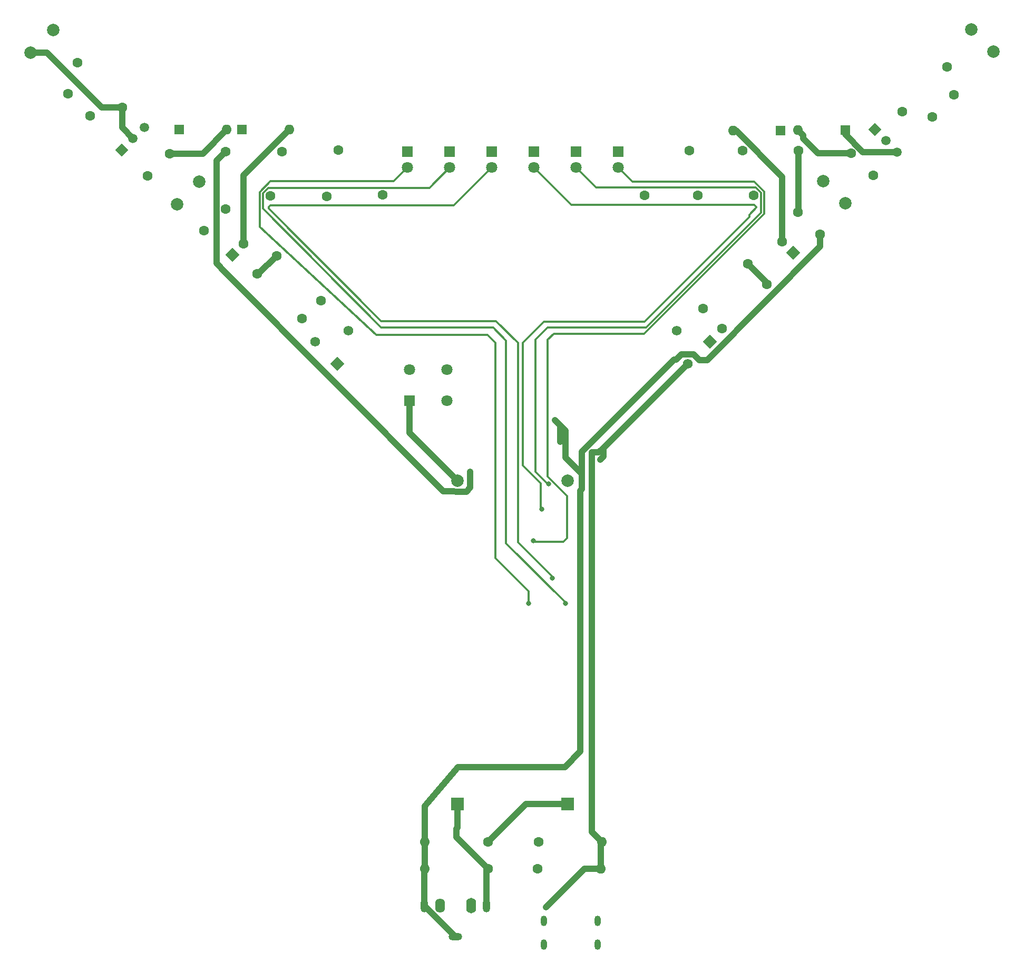
<source format=gbr>
%TF.GenerationSoftware,KiCad,Pcbnew,8.0.5*%
%TF.CreationDate,2025-02-07T15:20:10+08:00*%
%TF.ProjectId,bb,62622e6b-6963-4616-945f-706362585858,rev?*%
%TF.SameCoordinates,Original*%
%TF.FileFunction,Copper,L2,Bot*%
%TF.FilePolarity,Positive*%
%FSLAX46Y46*%
G04 Gerber Fmt 4.6, Leading zero omitted, Abs format (unit mm)*
G04 Created by KiCad (PCBNEW 8.0.5) date 2025-02-07 15:20:10*
%MOMM*%
%LPD*%
G01*
G04 APERTURE LIST*
G04 Aperture macros list*
%AMHorizOval*
0 Thick line with rounded ends*
0 $1 width*
0 $2 $3 position (X,Y) of the first rounded end (center of the circle)*
0 $4 $5 position (X,Y) of the second rounded end (center of the circle)*
0 Add line between two ends*
20,1,$1,$2,$3,$4,$5,0*
0 Add two circle primitives to create the rounded ends*
1,1,$1,$2,$3*
1,1,$1,$4,$5*%
%AMRotRect*
0 Rectangle, with rotation*
0 The origin of the aperture is its center*
0 $1 length*
0 $2 width*
0 $3 Rotation angle, in degrees counterclockwise*
0 Add horizontal line*
21,1,$1,$2,0,0,$3*%
G04 Aperture macros list end*
%TA.AperFunction,ComponentPad*%
%ADD10O,1.000000X1.700000*%
%TD*%
%TA.AperFunction,ComponentPad*%
%ADD11C,1.600000*%
%TD*%
%TA.AperFunction,ComponentPad*%
%ADD12R,1.600000X1.600000*%
%TD*%
%TA.AperFunction,ComponentPad*%
%ADD13O,1.600000X1.600000*%
%TD*%
%TA.AperFunction,ComponentPad*%
%ADD14HorizOval,1.600000X0.000000X0.000000X0.000000X0.000000X0*%
%TD*%
%TA.AperFunction,ComponentPad*%
%ADD15HorizOval,1.600000X0.000000X0.000000X0.000000X0.000000X0*%
%TD*%
%TA.AperFunction,ComponentPad*%
%ADD16R,1.800000X1.800000*%
%TD*%
%TA.AperFunction,ComponentPad*%
%ADD17C,1.800000*%
%TD*%
%TA.AperFunction,ComponentPad*%
%ADD18HorizOval,1.600000X0.000000X0.000000X0.000000X0.000000X0*%
%TD*%
%TA.AperFunction,ComponentPad*%
%ADD19RotRect,1.600000X1.600000X135.000000*%
%TD*%
%TA.AperFunction,ComponentPad*%
%ADD20RotRect,1.560000X1.560000X135.000000*%
%TD*%
%TA.AperFunction,ComponentPad*%
%ADD21C,1.560000*%
%TD*%
%TA.AperFunction,ComponentPad*%
%ADD22RotRect,1.500000X1.500000X45.000000*%
%TD*%
%TA.AperFunction,ComponentPad*%
%ADD23C,1.500000*%
%TD*%
%TA.AperFunction,ComponentPad*%
%ADD24C,2.000000*%
%TD*%
%TA.AperFunction,ComponentPad*%
%ADD25HorizOval,1.600000X0.000000X0.000000X0.000000X0.000000X0*%
%TD*%
%TA.AperFunction,ComponentPad*%
%ADD26RotRect,1.560000X1.560000X225.000000*%
%TD*%
%TA.AperFunction,ComponentPad*%
%ADD27RotRect,1.600000X1.600000X45.000000*%
%TD*%
%TA.AperFunction,ComponentPad*%
%ADD28O,1.200000X2.200000*%
%TD*%
%TA.AperFunction,ComponentPad*%
%ADD29O,1.600000X2.300000*%
%TD*%
%TA.AperFunction,ComponentPad*%
%ADD30O,2.200000X1.200000*%
%TD*%
%TA.AperFunction,ComponentPad*%
%ADD31O,1.600000X2.500000*%
%TD*%
%TA.AperFunction,ComponentPad*%
%ADD32RotRect,1.500000X1.500000X315.000000*%
%TD*%
%TA.AperFunction,ComponentPad*%
%ADD33R,2.000000X2.000000*%
%TD*%
%TA.AperFunction,ViaPad*%
%ADD34C,0.800000*%
%TD*%
%TA.AperFunction,Conductor*%
%ADD35C,1.000000*%
%TD*%
%TA.AperFunction,Conductor*%
%ADD36C,0.300000*%
%TD*%
G04 APERTURE END LIST*
D10*
%TO.P,J4,S1,SHIELD*%
%TO.N,unconnected-(J4-SHIELD-PadS1)*%
X112450225Y-177450000D03*
X112450225Y-181250000D03*
X121090225Y-177450000D03*
X121090225Y-181250000D03*
%TD*%
D11*
%TO.P,C4,1*%
%TO.N,Net-(Battery1-+)*%
X57832233Y-66467767D03*
%TO.P,C4,2*%
%TO.N,A0*%
X61367767Y-62932233D03*
%TD*%
D12*
%TO.P,D3,1,K*%
%TO.N,GND2*%
X160900000Y-50300000D03*
D13*
%TO.P,D3,2,A*%
%TO.N,Net-(D3-A)*%
X153280000Y-50300000D03*
%TD*%
D11*
%TO.P,R15,1*%
%TO.N,GND_ESP*%
X144392103Y-53557898D03*
D14*
%TO.P,R15,2*%
%TO.N,Net-(D9-K)*%
X137207898Y-60742103D03*
%TD*%
D11*
%TO.P,R16,1*%
%TO.N,GND_ESP*%
X153342103Y-53600000D03*
D14*
%TO.P,R16,2*%
%TO.N,Net-(D10-K)*%
X146157898Y-60784205D03*
%TD*%
D11*
%TO.P,R12,1*%
%TO.N,GND_ESP*%
X70361846Y-53715795D03*
D15*
%TO.P,R12,2*%
%TO.N,Net-(D6-K)*%
X77546051Y-60900000D03*
%TD*%
D16*
%TO.P,D6,1,K*%
%TO.N,Net-(D6-K)*%
X97303673Y-53760000D03*
D17*
%TO.P,D6,2,A*%
%TO.N,Net-(D6-A)*%
X97303673Y-56300000D03*
%TD*%
D12*
%TO.P,D2,1,K*%
%TO.N,Net-(D1-A)*%
X63990001Y-50200000D03*
D13*
%TO.P,D2,2,A*%
%TO.N,Net-(D2-A)*%
X71610001Y-50200000D03*
%TD*%
D11*
%TO.P,R10,1*%
%TO.N,Net-(J4-CC1)*%
X111610225Y-164750000D03*
D13*
%TO.P,R10,2*%
%TO.N,GND_ESP*%
X121770225Y-164750000D03*
%TD*%
D11*
%TO.P,R13,1*%
%TO.N,GND_ESP*%
X79415794Y-53515795D03*
D15*
%TO.P,R13,2*%
%TO.N,Net-(D7-K)*%
X86599999Y-60700000D03*
%TD*%
D11*
%TO.P,R1,1*%
%TO.N,Net-(D2-A)*%
X73600000Y-80600000D03*
D18*
%TO.P,R1,2*%
%TO.N,Net-(C1-Pad2)*%
X66415795Y-73415795D03*
%TD*%
D11*
%TO.P,R14,1*%
%TO.N,GND_ESP*%
X135792103Y-53607898D03*
D14*
%TO.P,R14,2*%
%TO.N,Net-(D8-K)*%
X128607898Y-60792103D03*
%TD*%
D11*
%TO.P,R4,1*%
%TO.N,Net-(C10-Pad1)*%
X148250000Y-75050000D03*
D14*
%TO.P,R4,2*%
%TO.N,Net-(R4-Pad2)*%
X141065795Y-82234205D03*
%TD*%
D11*
%TO.P,C12,1*%
%TO.N,GND_ESP*%
X153314466Y-63514466D03*
%TO.P,C12,2*%
%TO.N,A0*%
X156850000Y-67050000D03*
%TD*%
%TO.P,R7,1*%
%TO.N,Net-(Battery1-+)*%
X103450225Y-169050000D03*
D13*
%TO.P,R7,2*%
%TO.N,A0*%
X93290225Y-169050000D03*
%TD*%
D19*
%TO.P,C10,1*%
%TO.N,Net-(C10-Pad1)*%
X152500000Y-70000000D03*
D11*
%TO.P,C10,2*%
%TO.N,Net-(D4-A)*%
X150732233Y-68232233D03*
%TD*%
%TO.P,C11,1*%
%TO.N,Net-(D3-A)*%
X161832233Y-54032233D03*
%TO.P,C11,2*%
%TO.N,Net-(Q2-C)*%
X165367767Y-57567767D03*
%TD*%
D20*
%TO.P,RV1,1,1*%
%TO.N,Net-(R2-Pad2)*%
X79291745Y-87835534D03*
D21*
%TO.P,RV1,2,2*%
X81059512Y-82532233D03*
%TO.P,RV1,3,3*%
%TO.N,Net-(Battery1-+)*%
X75756211Y-84300000D03*
%TD*%
D16*
%TO.P,D5,1,K*%
%TO.N,Net-(D5-K)*%
X90550000Y-53760000D03*
D17*
%TO.P,D5,2,A*%
%TO.N,Net-(D5-A)*%
X90550000Y-56300000D03*
%TD*%
D22*
%TO.P,Q1,1,C*%
%TO.N,Net-(Q1-C)*%
X44658507Y-53450610D03*
D23*
%TO.P,Q1,2,B*%
%TO.N,Net-(Q1-B)*%
X46454558Y-51654559D03*
%TO.P,Q1,3,E*%
%TO.N,GND1*%
X48250609Y-49858508D03*
%TD*%
D12*
%TO.P,D4,1,K*%
%TO.N,Net-(D3-A)*%
X150500000Y-50400000D03*
D13*
%TO.P,D4,2,A*%
%TO.N,Net-(D4-A)*%
X142880000Y-50400000D03*
%TD*%
D16*
%TO.P,D10,1,K*%
%TO.N,Net-(D10-K)*%
X124439775Y-53760000D03*
D17*
%TO.P,D10,2,A*%
%TO.N,Net-(D10-A)*%
X124439775Y-56300000D03*
%TD*%
D11*
%TO.P,R11,1*%
%TO.N,GND_ESP*%
X61307898Y-53707898D03*
D15*
%TO.P,R11,2*%
%TO.N,Net-(D5-K)*%
X68492103Y-60892103D03*
%TD*%
D24*
%TO.P,L4,1,1*%
%TO.N,Net-(Q2-C)*%
X157303949Y-58453949D03*
%TO.P,L4,2,2*%
%TO.N,A0*%
X160896051Y-62046051D03*
%TD*%
D11*
%TO.P,R3,1*%
%TO.N,Net-(D4-A)*%
X138057898Y-78992103D03*
D25*
%TO.P,R3,2*%
%TO.N,Net-(C10-Pad1)*%
X145242103Y-71807898D03*
%TD*%
D12*
%TO.P,D1,1,K*%
%TO.N,GND1*%
X53890000Y-50200000D03*
D13*
%TO.P,D1,2,A*%
%TO.N,Net-(D1-A)*%
X61510000Y-50200000D03*
%TD*%
D11*
%TO.P,R5,1*%
%TO.N,Net-(C1-Pad2)*%
X37507898Y-39407898D03*
D15*
%TO.P,R5,2*%
%TO.N,Net-(Q1-B)*%
X44692103Y-46592103D03*
%TD*%
D11*
%TO.P,C3,1*%
%TO.N,Net-(D1-A)*%
X52335534Y-54064466D03*
%TO.P,C3,2*%
%TO.N,Net-(Q1-C)*%
X48800000Y-57600000D03*
%TD*%
D24*
%TO.P,L1,1,1*%
%TO.N,Net-(C1-Pad2)*%
X33600000Y-34200000D03*
%TO.P,L1,2,2*%
%TO.N,Net-(Q1-B)*%
X30007898Y-37792102D03*
%TD*%
D16*
%TO.P,SW1,1,A*%
%TO.N,Net-(Battery1--)*%
X90900000Y-93800000D03*
D17*
%TO.P,SW1,2,B*%
%TO.N,GND1*%
X90900000Y-88800000D03*
%TO.P,SW1,3,A*%
%TO.N,Net-(Battery2--)*%
X96900000Y-93800000D03*
%TO.P,SW1,4,B*%
%TO.N,GND2*%
X96900000Y-88800000D03*
%TD*%
D24*
%TO.P,L5,1,1*%
%TO.N,Net-(C10-Pad1)*%
X184700000Y-37700000D03*
%TO.P,L5,2,2*%
%TO.N,Net-(Q2-B)*%
X181107898Y-34107898D03*
%TD*%
D11*
%TO.P,R9,1*%
%TO.N,Net-(J4-CC2)*%
X111490225Y-169050000D03*
D13*
%TO.P,R9,2*%
%TO.N,GND_ESP*%
X121650225Y-169050000D03*
%TD*%
D11*
%TO.P,R6,1*%
%TO.N,Net-(C10-Pad1)*%
X177200000Y-40100000D03*
D14*
%TO.P,R6,2*%
%TO.N,Net-(Q2-B)*%
X170015795Y-47284205D03*
%TD*%
D26*
%TO.P,RV2,1,1*%
%TO.N,Net-(R4-Pad2)*%
X139100000Y-84300000D03*
D21*
%TO.P,RV2,2,2*%
X133796699Y-82532233D03*
%TO.P,RV2,3,3*%
%TO.N,GND_ESP*%
X135564466Y-87835534D03*
%TD*%
D27*
%TO.P,C2,1*%
%TO.N,Net-(C1-Pad2)*%
X62447856Y-70352144D03*
D11*
%TO.P,C2,2*%
%TO.N,Net-(D2-A)*%
X64215623Y-68584377D03*
%TD*%
%TO.P,C1,1*%
%TO.N,GND1*%
X39567767Y-47967767D03*
%TO.P,C1,2*%
%TO.N,Net-(C1-Pad2)*%
X36032233Y-44432233D03*
%TD*%
%TO.P,R8,1*%
%TO.N,GND_ESP*%
X103450225Y-164750000D03*
D13*
%TO.P,R8,2*%
%TO.N,A0*%
X93290225Y-164750000D03*
%TD*%
D16*
%TO.P,D8,1,K*%
%TO.N,Net-(D8-K)*%
X110839775Y-53760000D03*
D17*
%TO.P,D8,2,A*%
%TO.N,Net-(D8-A)*%
X110839775Y-56300000D03*
%TD*%
D28*
%TO.P,J2,R*%
%TO.N,A0*%
X93270225Y-174950000D03*
D29*
%TO.P,J2,RN*%
%TO.N,unconnected-(J2-PadRN)*%
X95770225Y-174950000D03*
D30*
%TO.P,J2,S*%
%TO.N,A0*%
X98270225Y-179950000D03*
D28*
%TO.P,J2,T*%
%TO.N,Net-(Battery1-+)*%
X103270225Y-174950000D03*
D31*
%TO.P,J2,TN*%
%TO.N,unconnected-(J2-PadTN)*%
X100770225Y-174950000D03*
%TD*%
D16*
%TO.P,D9,1,K*%
%TO.N,Net-(D9-K)*%
X117639775Y-53760000D03*
D17*
%TO.P,D9,2,A*%
%TO.N,Net-(D9-A)*%
X117639775Y-56300000D03*
%TD*%
D16*
%TO.P,D7,1,K*%
%TO.N,Net-(D7-K)*%
X104057346Y-53760000D03*
D17*
%TO.P,D7,2,A*%
%TO.N,Net-(D7-A)*%
X104057346Y-56300000D03*
%TD*%
D32*
%TO.P,Q2,1,C*%
%TO.N,Net-(Q2-C)*%
X165607898Y-50207898D03*
D23*
%TO.P,Q2,2,B*%
%TO.N,Net-(Q2-B)*%
X167403949Y-52003949D03*
%TO.P,Q2,3,E*%
%TO.N,GND2*%
X169200000Y-53800000D03*
%TD*%
D11*
%TO.P,R2,1*%
%TO.N,Net-(C1-Pad2)*%
X69507898Y-70507898D03*
D15*
%TO.P,R2,2*%
%TO.N,Net-(R2-Pad2)*%
X76692103Y-77692103D03*
%TD*%
D11*
%TO.P,C8,1*%
%TO.N,GND2*%
X174832233Y-48167767D03*
%TO.P,C8,2*%
%TO.N,Net-(C10-Pad1)*%
X178367767Y-44632233D03*
%TD*%
D24*
%TO.P,L2,1,1*%
%TO.N,Net-(Q1-C)*%
X53503949Y-62196051D03*
%TO.P,L2,2,2*%
%TO.N,A0*%
X57096051Y-58603949D03*
%TD*%
D33*
%TO.P,Battery2,1,+*%
%TO.N,GND_ESP*%
X116265225Y-158650000D03*
D24*
%TO.P,Battery2,2,-*%
%TO.N,Net-(Battery2--)*%
X116265225Y-106660000D03*
%TD*%
D33*
%TO.P,Battery1,1,+*%
%TO.N,Net-(Battery1-+)*%
X98570225Y-158650000D03*
D24*
%TO.P,Battery1,2,-*%
%TO.N,Net-(Battery1--)*%
X98570225Y-106660000D03*
%TD*%
D34*
%TO.N,GND_ESP*%
X121550000Y-103250000D03*
X112800000Y-175200000D03*
X100600000Y-105200000D03*
%TO.N,Net-(D8-A)*%
X112100000Y-111200000D03*
%TO.N,A0*%
X114250000Y-96950000D03*
%TO.N,Net-(D6-A)*%
X115900000Y-126400000D03*
%TO.N,Net-(D5-A)*%
X110000000Y-126400000D03*
%TO.N,Net-(D7-A)*%
X113800000Y-122300000D03*
%TO.N,Net-(D9-A)*%
X113200000Y-107200000D03*
%TO.N,Net-(D10-A)*%
X110800000Y-116300000D03*
%TD*%
D35*
%TO.N,A0*%
X93290225Y-164750000D02*
X93290225Y-158959775D01*
X93290225Y-158959775D02*
X98700000Y-152700000D01*
X118600000Y-108000000D02*
X118600000Y-105600000D01*
X98700000Y-152700000D02*
X115850000Y-152700000D01*
X118350000Y-150200000D02*
X118350000Y-108250000D01*
X115850000Y-152700000D02*
X118350000Y-150200000D01*
X118350000Y-108250000D02*
X118600000Y-108000000D01*
%TO.N,Net-(C1-Pad2)*%
X66600001Y-73415795D02*
X69507898Y-70507898D01*
X66415795Y-73415795D02*
X66600001Y-73415795D01*
%TO.N,Net-(D2-A)*%
X64215623Y-68584377D02*
X64215623Y-57594378D01*
X64215623Y-57594378D02*
X71610001Y-50200000D01*
%TO.N,Net-(D1-A)*%
X57645534Y-54064466D02*
X61510000Y-50200000D01*
X52335534Y-54064466D02*
X57645534Y-54064466D01*
%TO.N,GND_ESP*%
X153342103Y-53600000D02*
X153342103Y-63486829D01*
X96300000Y-108350000D02*
X96310000Y-108360000D01*
X59867767Y-71729522D02*
X61325717Y-73225717D01*
X121770225Y-164750000D02*
X120190225Y-163170000D01*
X153342103Y-63486829D02*
X153314466Y-63514466D01*
X61307898Y-53707898D02*
X59867767Y-55148029D01*
X100600000Y-107800000D02*
X100600000Y-105200000D01*
X121650225Y-169050000D02*
X121650225Y-164870000D01*
X118950000Y-169050000D02*
X121650225Y-169050000D01*
X121650225Y-164870000D02*
X121770225Y-164750000D01*
X116265225Y-158650000D02*
X109550225Y-158650000D01*
X59867767Y-55148029D02*
X59867767Y-71729522D01*
X120190225Y-102109775D02*
X121290225Y-102109775D01*
X96310000Y-108360000D02*
X100000000Y-108400000D01*
X61325717Y-73225717D02*
X96300000Y-108350000D01*
X122000000Y-101400000D02*
X135564466Y-87835534D01*
X100000000Y-108400000D02*
X100600000Y-107800000D01*
X121290225Y-102109775D02*
X122000000Y-101400000D01*
X120190225Y-163170000D02*
X120190225Y-102109775D01*
X122000000Y-102800000D02*
X122000000Y-101400000D01*
X112800000Y-175200000D02*
X118950000Y-169050000D01*
X121550000Y-103250000D02*
X122000000Y-102800000D01*
X109550225Y-158650000D02*
X103450225Y-164750000D01*
%TO.N,Net-(C10-Pad1)*%
X148250000Y-75050000D02*
X148250000Y-74815795D01*
X148250000Y-74815795D02*
X145242103Y-71807898D01*
%TO.N,Net-(D4-A)*%
X150732233Y-68232233D02*
X150732233Y-57776707D01*
X143355526Y-50400000D02*
X142880000Y-50400000D01*
X150732233Y-57776707D02*
X143355526Y-50400000D01*
%TO.N,Net-(D3-A)*%
X154100000Y-51600000D02*
X154100000Y-51120000D01*
X154100000Y-51120000D02*
X153280000Y-50300000D01*
X161832233Y-54032233D02*
X156532233Y-54032233D01*
X156532233Y-54032233D02*
X154100000Y-51600000D01*
%TO.N,Net-(Q1-B)*%
X41392103Y-46592103D02*
X44692103Y-46592103D01*
X30007898Y-37792102D02*
X32592102Y-37792102D01*
X32592102Y-37792102D02*
X41392103Y-46592103D01*
X44692103Y-49892104D02*
X46454558Y-51654559D01*
X44692103Y-46592103D02*
X44692103Y-49892104D01*
%TO.N,GND2*%
X169200000Y-53800000D02*
X163721321Y-53800000D01*
X163721321Y-53800000D02*
X160900000Y-50978679D01*
X160900000Y-50978679D02*
X160900000Y-50300000D01*
D36*
%TO.N,Net-(D8-A)*%
X128612546Y-81100000D02*
X112450000Y-81100000D01*
X116200000Y-61650000D02*
X116850000Y-62300000D01*
X145444016Y-63891953D02*
X145444016Y-64268530D01*
X109100000Y-104200000D02*
X112000000Y-107100000D01*
X146550680Y-62760464D02*
X145444016Y-63891953D01*
X116850000Y-62300000D02*
X146213094Y-62300000D01*
X146213094Y-62300000D02*
X146550680Y-62637586D01*
X112000000Y-111100000D02*
X112100000Y-111200000D01*
X146550680Y-62637586D02*
X146550680Y-62760464D01*
X110839775Y-56300000D02*
X116189775Y-61650000D01*
X109100000Y-84450000D02*
X109100000Y-104200000D01*
X116189775Y-61650000D02*
X116200000Y-61650000D01*
X112450000Y-81100000D02*
X109100000Y-84450000D01*
X145444016Y-64268530D02*
X128612546Y-81100000D01*
X112000000Y-107100000D02*
X112000000Y-111100000D01*
D35*
%TO.N,Net-(Battery1-+)*%
X103450225Y-169050000D02*
X98400000Y-163999775D01*
X98570225Y-162479775D02*
X98570225Y-158650000D01*
X103270225Y-174950000D02*
X103270225Y-169230000D01*
X98400000Y-162650000D02*
X98570225Y-162479775D01*
X103270225Y-169230000D02*
X103450225Y-169050000D01*
X98400000Y-163999775D02*
X98400000Y-162650000D01*
%TO.N,Net-(Battery1--)*%
X90900000Y-98989775D02*
X98570225Y-106660000D01*
X90900000Y-93800000D02*
X90900000Y-98989775D01*
%TO.N,A0*%
X133402944Y-87200000D02*
X118600000Y-102002944D01*
X93270225Y-169070000D02*
X93290225Y-169050000D01*
X134544466Y-86355534D02*
X133700000Y-87200000D01*
X118600000Y-102002944D02*
X118600000Y-105600000D01*
X133700000Y-87200000D02*
X133402944Y-87200000D01*
X156850000Y-67050000D02*
X156850000Y-69020000D01*
X156850000Y-69020000D02*
X138700000Y-87300000D01*
X136505534Y-86355534D02*
X134544466Y-86355534D01*
X93270225Y-174950000D02*
X93270225Y-169070000D01*
X138700000Y-87300000D02*
X137450000Y-87300000D01*
X115100000Y-97800000D02*
X115100000Y-100400000D01*
X93290225Y-169050000D02*
X93290225Y-164750000D01*
X114250000Y-96950000D02*
X115100000Y-97800000D01*
X115900000Y-98600000D02*
X114250000Y-96950000D01*
X137450000Y-87300000D02*
X136505534Y-86355534D01*
X118600000Y-105600000D02*
X115900000Y-102900000D01*
X115900000Y-102900000D02*
X115900000Y-98600000D01*
X98270225Y-179950000D02*
X93270225Y-174950000D01*
D36*
%TO.N,Net-(D6-A)*%
X97303673Y-56300000D02*
X94053673Y-59550000D01*
X115900000Y-126200000D02*
X115900000Y-126400000D01*
X68207860Y-59550000D02*
X67300000Y-60457860D01*
X86300000Y-82000000D02*
X104300000Y-82000000D01*
X104300000Y-82000000D02*
X106400000Y-84100000D01*
X106400000Y-84100000D02*
X106400000Y-116700000D01*
X115700000Y-126000000D02*
X115900000Y-126200000D01*
X106400000Y-116700000D02*
X115700000Y-126000000D01*
X94053673Y-59550000D02*
X68207860Y-59550000D01*
X67300000Y-60457860D02*
X67300000Y-62900000D01*
X67300000Y-62900000D02*
X86300000Y-82000000D01*
%TO.N,Net-(D5-A)*%
X104700000Y-119100000D02*
X110000000Y-124400000D01*
X90550000Y-56300000D02*
X88350000Y-58500000D01*
X66800000Y-60250754D02*
X66800000Y-65850000D01*
X85500000Y-83200000D02*
X103400000Y-83200000D01*
X66800000Y-65850000D02*
X85500000Y-83200000D01*
X103400000Y-83200000D02*
X104700000Y-84500000D01*
X104700000Y-84500000D02*
X104700000Y-119100000D01*
X110000000Y-124400000D02*
X110000000Y-126400000D01*
X68550754Y-58500000D02*
X66800000Y-60250754D01*
X88350000Y-58500000D02*
X68550754Y-58500000D01*
%TO.N,Net-(D7-A)*%
X108300000Y-116600000D02*
X113700000Y-122000000D01*
X99050000Y-61300000D02*
X98000000Y-62350000D01*
X104800000Y-81000000D02*
X108300000Y-84500000D01*
X98000000Y-62350000D02*
X68537868Y-62350000D01*
X99057346Y-61300000D02*
X99050000Y-61300000D01*
X68537868Y-62350000D02*
X68250000Y-62637868D01*
X113700000Y-122200000D02*
X113800000Y-122300000D01*
X68250000Y-62637868D02*
X68250000Y-62900000D01*
X104057346Y-56300000D02*
X99057346Y-61300000D01*
X108300000Y-84500000D02*
X108300000Y-116600000D01*
X86300000Y-81000000D02*
X104800000Y-81000000D01*
X68250000Y-62900000D02*
X86300000Y-81000000D01*
X113700000Y-122000000D02*
X113700000Y-122200000D01*
%TO.N,Net-(D9-A)*%
X117639775Y-56300000D02*
X120839775Y-59500000D01*
X111100001Y-105200001D02*
X113100000Y-107200000D01*
X111100001Y-83999999D02*
X111100001Y-105200001D01*
X147350000Y-63570000D02*
X128870000Y-82050000D01*
X147350000Y-60349961D02*
X147350000Y-63570000D01*
X128870000Y-82050000D02*
X113050000Y-82050000D01*
X120839775Y-59500000D02*
X146500039Y-59500000D01*
X146500039Y-59500000D02*
X147350000Y-60349961D01*
X113100000Y-107200000D02*
X113200000Y-107200000D01*
X113050000Y-82050000D02*
X111100001Y-83999999D01*
%TO.N,Net-(D10-A)*%
X111000000Y-116500000D02*
X110800000Y-116300000D01*
X126689775Y-58550000D02*
X146257145Y-58550000D01*
X116200000Y-115900000D02*
X116100000Y-116000000D01*
X147850000Y-60142855D02*
X147850000Y-63777106D01*
X124439775Y-56300000D02*
X126689775Y-58550000D01*
X113100000Y-84000000D02*
X113100000Y-85200000D01*
X115600000Y-116500000D02*
X112000000Y-116500000D01*
X147850000Y-63777106D02*
X128577106Y-83050000D01*
X113100000Y-106000000D02*
X116200000Y-109100000D01*
X146257145Y-58550000D02*
X147850000Y-60142855D01*
X113100000Y-85200000D02*
X113100000Y-106000000D01*
X114050000Y-83050000D02*
X113100000Y-84000000D01*
X116100000Y-116000000D02*
X115600000Y-116500000D01*
X116200000Y-109100000D02*
X116200000Y-115900000D01*
X128577106Y-83050000D02*
X114050000Y-83050000D01*
X112000000Y-116500000D02*
X111000000Y-116500000D01*
%TD*%
M02*

</source>
